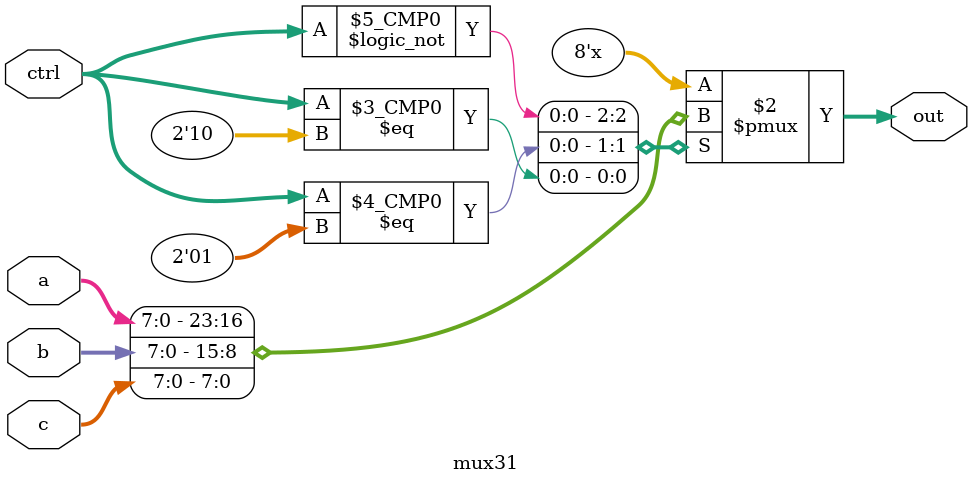
<source format=v>
module mux31(
    a,
    b,
    c,
    out,
    ctrl
);

    input [7:0] a,b,c;
    input [1:0] ctrl;
    output reg[7:0] out;

    always @(*) begin
        case (ctrl)
            2'b00: out <= a;
            2'b01: out <= b;
            2'b10: out <= c; 
        endcase
    end
endmodule
</source>
